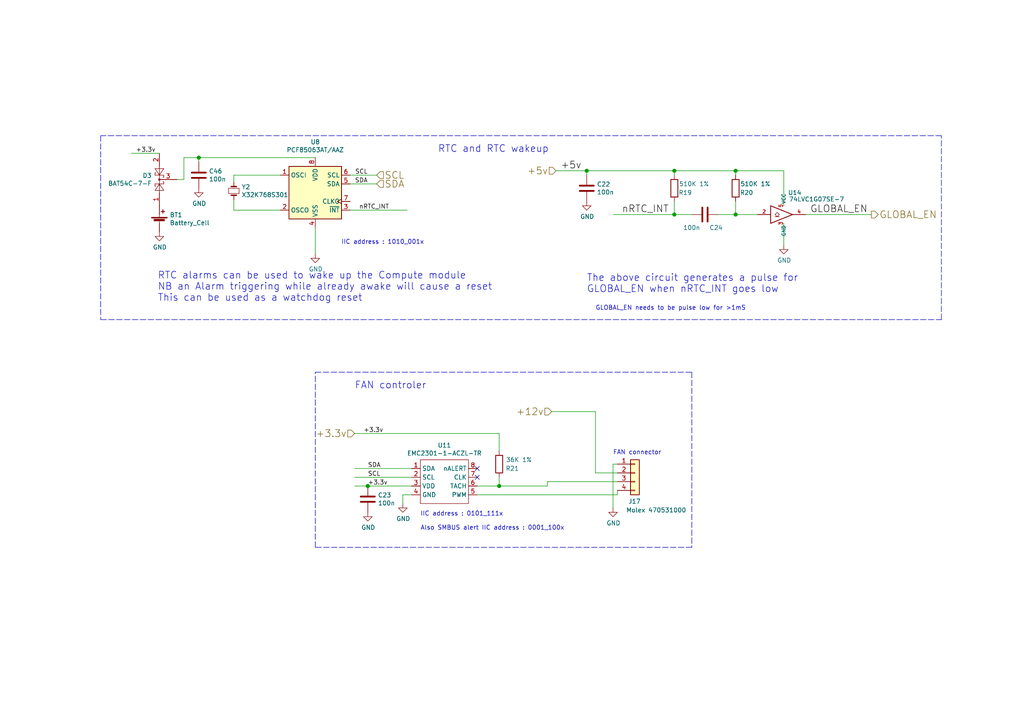
<source format=kicad_sch>
(kicad_sch (version 20210406) (generator eeschema)
  (paper "A4")
  (title_block (title "Compute Module 4 IO Board - RTC - FAN") (rev "1") (company "(c) Raspberry Pi Trading 2020") (comment 1 "www.raspberrypi.org"))
  (lib_symbols
    (symbol "CM4IO:74LVC1G07_copy"
      (property "Reference" "U" (at -2.54 3.81 0))
      (property "Value" "74LVC1G07_copy" (at 0 -3.81 0))
      (symbol "74LVC1G07_copy_0_1"
        (polyline (pts (xy -2.54 -0.635) (xy -1.27 -0.635)))
        (polyline (pts (xy -3.81 2.54) (xy -3.81 -2.54) (xy 2.54 0) (xy -3.81 2.54)) (stroke (width 0.254)))
        (polyline (pts (xy -1.905 0.635) (xy -2.54 0) (xy -1.905 -0.635) (xy -1.27 0) (xy -1.905 0.635)))
      )
      (symbol "74LVC1G07_copy_1_1"
        (pin input line (at -7.62 0 0) (length 3.81) (name "~") (number "2"))
        (pin power_in line (at 0 -2.54 270) (length 0) (name "GND") (number "3"))
        (pin open_collector line (at 6.35 0 180) (length 3.81) (name "~") (number "4"))
        (pin power_in line (at 0 2.54 90) (length 0) (name "VCC") (number "5"))
      )
    )
    (symbol "CM4IO:EMC2301"
      (property "Reference" "U" (at -7.62 13.97 0))
      (property "Value" "EMC2301" (at -1.27 -1.27 0))
      (symbol "EMC2301_0_0"
        (pin open_collector line (at -11.43 10.16 0) (length 2.54) (name "SDA") (number "1"))
        (pin open_collector line (at -11.43 7.62 0) (length 2.54) (name "SCL") (number "2"))
        (pin power_in line (at -11.43 5.08 0) (length 2.54) (name "VDD") (number "3"))
        (pin power_in line (at -11.43 2.54 0) (length 2.54) (name "GND") (number "4"))
        (pin output line (at 7.62 2.54 180) (length 2.54) (name "PWM") (number "5"))
        (pin input line (at 7.62 5.08 180) (length 2.54) (name "TACH") (number "6"))
        (pin input line (at 7.62 7.62 180) (length 2.54) (name "CLK") (number "7"))
        (pin open_collector line (at 7.62 10.16 180) (length 2.54) (name "nALERT") (number "8"))
      )
      (symbol "EMC2301_0_1"
        (rectangle (start -8.89 12.7) (end 5.08 0))
      )
    )
    (symbol "Connector_Generic:Conn_01x04" (pin_names hide)
      (property "Reference" "J" (at 0 5.08 0))
      (property "Value" "Conn_01x04" (at 0 -7.62 0))
      (symbol "Conn_01x04_1_1"
        (rectangle (start -1.27 -4.953) (end 0 -5.207))
        (rectangle (start -1.27 -2.413) (end 0 -2.667))
        (rectangle (start -1.27 0.127) (end 0 -0.127))
        (rectangle (start -1.27 2.667) (end 0 2.413))
        (rectangle (start -1.27 3.81) (end 1.27 -6.35) (stroke (width 0.254)) (fill (type background)))
        (pin passive line (at -5.08 2.54 0) (length 3.81) (name "Pin_1") (number "1"))
        (pin passive line (at -5.08 0 0) (length 3.81) (name "Pin_2") (number "2"))
        (pin passive line (at -5.08 -2.54 0) (length 3.81) (name "Pin_3") (number "3"))
        (pin passive line (at -5.08 -5.08 0) (length 3.81) (name "Pin_4") (number "4"))
      )
    )
    (symbol "Device:Battery_Cell" (pin_numbers hide) (pin_names (offset 0) hide)
      (property "Reference" "BT" (at 2.54 2.54 0))
      (property "Value" "Battery_Cell" (at 2.54 0 0))
      (symbol "Battery_Cell_0_1"
        (rectangle (start -2.286 1.778) (end 2.286 1.524) (fill (type outline)))
        (rectangle (start -1.5748 1.1938) (end 1.4732 0.6858) (fill (type outline)))
        (polyline (pts (xy 0 0.762) (xy 0 0)))
        (polyline (pts (xy 0 1.778) (xy 0 2.54)))
        (polyline (pts (xy 0.508 3.429) (xy 1.524 3.429)) (stroke (width 0.254)))
        (polyline (pts (xy 1.016 3.937) (xy 1.016 2.921)) (stroke (width 0.254)))
      )
      (symbol "Battery_Cell_1_1"
        (pin passive line (at 0 5.08 270) (length 2.54) (name "+") (number "1"))
        (pin passive line (at 0 -2.54 90) (length 2.54) (name "-") (number "2"))
      )
    )
    (symbol "Device:C" (pin_numbers hide) (pin_names (offset 0.254))
      (property "Reference" "C" (at 0.635 2.54 0))
      (property "Value" "C" (at 0.635 -2.54 0))
      (symbol "C_0_1"
        (polyline (pts (xy -2.032 -0.762) (xy 2.032 -0.762)) (stroke (width 0.508)))
        (polyline (pts (xy -2.032 0.762) (xy 2.032 0.762)) (stroke (width 0.508)))
      )
      (symbol "C_1_1"
        (pin passive line (at 0 3.81 270) (length 2.794) (name "~") (number "1"))
        (pin passive line (at 0 -3.81 90) (length 2.794) (name "~") (number "2"))
      )
    )
    (symbol "Device:Crystal_Small" (pin_numbers hide) (pin_names hide)
      (property "Reference" "Y" (at 0 2.54 0))
      (property "Value" "Crystal_Small" (at 0 -2.54 0))
      (symbol "Crystal_Small_0_1"
        (rectangle (start -0.762 -1.524) (end 0.762 1.524))
        (polyline (pts (xy -1.27 -0.762) (xy -1.27 0.762)) (stroke (width 0.381)))
        (polyline (pts (xy 1.27 -0.762) (xy 1.27 0.762)) (stroke (width 0.381)))
      )
      (symbol "Crystal_Small_1_1"
        (pin passive line (at -2.54 0 0) (length 1.27) (name "1") (number "1"))
        (pin passive line (at 2.54 0 180) (length 1.27) (name "2") (number "2"))
      )
    )
    (symbol "Device:R" (pin_numbers hide) (pin_names (offset 0))
      (property "Reference" "R" (at 2.032 0 90))
      (property "Value" "R" (at 0 0 90))
      (symbol "R_0_1"
        (rectangle (start -1.016 -2.54) (end 1.016 2.54) (stroke (width 0.254)))
      )
      (symbol "R_1_1"
        (pin passive line (at 0 3.81 270) (length 1.27) (name "~") (number "1"))
        (pin passive line (at 0 -3.81 90) (length 1.27) (name "~") (number "2"))
      )
    )
    (symbol "Diode:BAT54C"
      (property "Reference" "D" (at 0.635 -3.81 0))
      (property "Value" "BAT54C" (at -6.35 3.175 0))
      (symbol "BAT54C_0_1"
        (circle (center 0 0) (radius 0.254) (fill (type outline)))
        (polyline (pts (xy -1.905 0) (xy 1.905 0)))
        (polyline (pts (xy -1.905 1.27) (xy -1.905 1.016)))
        (polyline (pts (xy -1.27 -1.27) (xy -0.635 -1.27)))
        (polyline (pts (xy -1.27 0) (xy -3.81 0)))
        (polyline (pts (xy -1.27 1.27) (xy -1.905 1.27)))
        (polyline (pts (xy -1.27 1.27) (xy -1.27 -1.27)))
        (polyline (pts (xy -0.635 -1.27) (xy -0.635 -1.016)))
        (polyline (pts (xy 0.635 -1.27) (xy 0.635 -1.016)))
        (polyline (pts (xy 1.27 -1.27) (xy 0.635 -1.27)))
        (polyline (pts (xy 1.27 1.27) (xy 1.27 -1.27)))
        (polyline (pts (xy 1.27 1.27) (xy 1.905 1.27)))
        (polyline (pts (xy 1.905 1.27) (xy 1.905 1.016)))
        (polyline (pts (xy 3.81 0) (xy 1.27 0)))
        (polyline (pts (xy -3.175 -1.27) (xy -3.175 1.27) (xy -1.27 0) (xy -3.175 -1.27)))
        (polyline (pts (xy 3.175 -1.27) (xy 3.175 1.27) (xy 1.27 0) (xy 3.175 -1.27)))
      )
      (symbol "BAT54C_1_1"
        (pin passive line (at -7.62 0 0) (length 3.81) (name "~") (number "1"))
        (pin passive line (at 7.62 0 180) (length 3.81) (name "~") (number "2"))
        (pin passive line (at 0 -5.08 90) (length 5.08) (name "~") (number "3"))
      )
    )
    (symbol "Timer_RTC:PCF8563T"
      (property "Reference" "U" (at -7.62 8.89 0))
      (property "Value" "PCF8563T" (at 2.54 8.89 0))
      (symbol "PCF8563T_0_1"
        (rectangle (start -7.62 7.62) (end 7.62 -7.62) (stroke (width 0.254)) (fill (type background)))
      )
      (symbol "PCF8563T_1_1"
        (pin input line (at -10.16 5.08 0) (length 2.54) (name "OSCI") (number "1"))
        (pin output line (at -10.16 -5.08 0) (length 2.54) (name "OSCO") (number "2"))
        (pin output line (at 10.16 -5.08 180) (length 2.54) (name "~INT~") (number "3"))
        (pin power_in line (at 0 -10.16 90) (length 2.54) (name "VSS") (number "4"))
        (pin bidirectional line (at 10.16 2.54 180) (length 2.54) (name "SDA") (number "5"))
        (pin input line (at 10.16 5.08 180) (length 2.54) (name "SCL") (number "6"))
        (pin output clock (at 10.16 -2.54 180) (length 2.54) (name "CLKO") (number "7"))
        (pin power_in line (at 0 10.16 270) (length 2.54) (name "VDD") (number "8"))
      )
    )
    (symbol "power:GND" (power) (pin_names (offset 0))
      (property "Value" "GND" (at 0 -3.81 0))
      (symbol "GND_0_1"
        (polyline (pts (xy 0 0) (xy 0 -1.27) (xy 1.27 -1.27) (xy 0 -2.54) (xy -1.27 -1.27) (xy 0 -1.27)))
      )
      (symbol "GND_1_1"
        (pin power_in line (at 0 0 270) (length 0) hide (name "GND") (number "1"))
      )
    )
  )
  (junction (at 57.658 45.72) (diameter 1.016))
  (junction (at 106.68 140.97) (diameter 1.016))
  (junction (at 144.78 140.97) (diameter 1.016))
  (junction (at 170.18 49.53) (diameter 1.016))
  (junction (at 195.58 49.53) (diameter 1.016))
  (junction (at 195.58 62.23) (diameter 1.016))
  (junction (at 213.36 49.53) (diameter 1.016))
  (junction (at 213.36 62.23) (diameter 1.016))
  (no_connect (at 138.43 135.89))
  (no_connect (at 138.43 138.43))
  (wire (pts (xy 38.1 44.45) (xy 46.228 44.45)))
  (wire (pts (xy 51.308 52.07) (xy 53.34 52.07)))
  (wire (pts (xy 53.34 45.72) (xy 57.658 45.72)))
  (wire (pts (xy 53.34 52.07) (xy 53.34 45.72)))
  (wire (pts (xy 57.658 45.72) (xy 57.658 47.0154)))
  (wire (pts (xy 57.658 45.72) (xy 91.44 45.72)))
  (wire (pts (xy 67.818 50.8) (xy 67.818 52.832)))
  (wire (pts (xy 67.818 50.8) (xy 81.28 50.8)))
  (wire (pts (xy 67.818 60.96) (xy 67.818 57.912)))
  (wire (pts (xy 81.28 60.96) (xy 67.818 60.96)))
  (wire (pts (xy 91.44 66.04) (xy 91.44 73.66)))
  (wire (pts (xy 101.6 60.96) (xy 118.11 60.96)))
  (wire (pts (xy 102.87 125.73) (xy 144.78 125.73)))
  (wire (pts (xy 106.68 140.97) (xy 102.87 140.97)))
  (wire (pts (xy 109.22 50.8) (xy 101.6 50.8)))
  (wire (pts (xy 109.22 53.34) (xy 101.6 53.34)))
  (wire (pts (xy 116.84 143.51) (xy 116.84 146.05)))
  (wire (pts (xy 119.38 135.89) (xy 102.87 135.89)))
  (wire (pts (xy 119.38 138.43) (xy 102.87 138.43)))
  (wire (pts (xy 119.38 140.97) (xy 106.68 140.97)))
  (wire (pts (xy 119.38 143.51) (xy 116.84 143.51)))
  (wire (pts (xy 138.43 140.97) (xy 144.78 140.97)))
  (wire (pts (xy 138.43 143.51) (xy 179.07 143.51)))
  (wire (pts (xy 144.78 125.73) (xy 144.78 130.81)))
  (wire (pts (xy 144.78 140.97) (xy 144.78 138.43)))
  (wire (pts (xy 144.78 140.97) (xy 158.75 140.97)))
  (wire (pts (xy 158.75 139.7) (xy 158.75 140.97)))
  (wire (pts (xy 161.29 49.53) (xy 170.18 49.53)))
  (wire (pts (xy 170.18 49.53) (xy 195.58 49.53)))
  (wire (pts (xy 170.18 50.8) (xy 170.18 49.53)))
  (wire (pts (xy 172.72 119.38) (xy 160.02 119.38)))
  (wire (pts (xy 172.72 119.38) (xy 172.72 137.16)))
  (wire (pts (xy 177.8 62.23) (xy 195.58 62.23)))
  (wire (pts (xy 177.8 134.62) (xy 177.8 147.32)))
  (wire (pts (xy 179.07 134.62) (xy 177.8 134.62)))
  (wire (pts (xy 179.07 137.16) (xy 172.72 137.16)))
  (wire (pts (xy 179.07 139.7) (xy 158.75 139.7)))
  (wire (pts (xy 179.07 143.51) (xy 179.07 142.24)))
  (wire (pts (xy 195.58 49.53) (xy 195.58 50.8)))
  (wire (pts (xy 195.58 49.53) (xy 213.36 49.53)))
  (wire (pts (xy 195.58 62.23) (xy 195.58 58.42)))
  (wire (pts (xy 195.58 62.23) (xy 200.66 62.23)))
  (wire (pts (xy 208.28 62.23) (xy 213.36 62.23)))
  (wire (pts (xy 213.36 49.53) (xy 213.36 50.8)))
  (wire (pts (xy 213.36 49.53) (xy 227.33 49.53)))
  (wire (pts (xy 213.36 62.23) (xy 213.36 58.42)))
  (wire (pts (xy 213.36 62.23) (xy 219.71 62.23)))
  (wire (pts (xy 227.33 49.53) (xy 227.33 59.69)))
  (wire (pts (xy 227.33 64.77) (xy 227.33 71.12)))
  (wire (pts (xy 233.68 62.23) (xy 252.73 62.23)))
  (polyline (pts (xy 29.21 39.37) (xy 29.21 92.71)) (stroke (width 0) (type dash)))
  (polyline (pts (xy 29.21 92.71) (xy 273.05 92.71)) (stroke (width 0) (type dash)))
  (polyline (pts (xy 91.44 107.95) (xy 200.66 107.95)) (stroke (width 0) (type dash)))
  (polyline (pts (xy 91.44 158.75) (xy 91.44 107.95)) (stroke (width 0) (type dash)))
  (polyline (pts (xy 200.66 107.95) (xy 200.66 158.75)) (stroke (width 0) (type dash)))
  (polyline (pts (xy 200.66 158.75) (xy 91.44 158.75)) (stroke (width 0) (type dash)))
  (polyline (pts (xy 273.05 39.37) (xy 29.21 39.37)) (stroke (width 0) (type dash)))
  (polyline (pts (xy 273.05 92.71) (xy 273.05 39.37)) (stroke (width 0) (type dash)))
  (text "RTC alarms can be used to wake up the Compute module\nNB an Alarm triggering while already awake will cause a reset \nThis can be used as a watchdog reset " (at 45.72 87.63 0) (effects (font (size 2.0066 2.0066)) (justify left bottom)))
  (text "IIC address : 1010_001x" (at 98.9838 71.0438 0) (effects (font (size 1.27 1.27)) (justify left bottom)))
  (text "FAN controler" (at 102.87 113.03 0) (effects (font (size 2.0066 2.0066)) (justify left bottom)))
  (text "IIC address : 0101_111x" (at 121.92 149.86 0) (effects (font (size 1.27 1.27)) (justify left bottom)))
  (text "Also SMBUS alert IIC address : 0001_100x" (at 121.9454 153.9494 0) (effects (font (size 1.27 1.27)) (justify left bottom)))
  (text "RTC and RTC wakeup" (at 127 44.45 0) (effects (font (size 2.0066 2.0066)) (justify left bottom)))
  (text "The above circuit generates a pulse for\nGLOBAL_EN when nRTC_INT goes low" (at 170.18 85.09 0) (effects (font (size 2.0066 2.0066)) (justify left bottom)))
  (text "GLOBAL_EN needs to be pulse low for >1mS" (at 172.72 90.17 0) (effects (font (size 1.27 1.27)) (justify left bottom)))
  (text "FAN connector\n" (at 177.8 132.08 0) (effects (font (size 1.27 1.27)) (justify left bottom)))
  (label "+3.3v" (at 39.37 44.45 0))
  (label "nRTC_INT" (at 104.14 60.96 0))
  (label "+3.3v" (at 105.41 125.73 0))
  (label "SCL" (at 106.68 50.8 180))
  (label "SDA" (at 106.68 53.34 180))
  (label "SDA" (at 106.68 135.89 0))
  (label "SCL" (at 106.68 138.43 0))
  (label "+3.3v" (at 106.68 140.97 0))
  (label "+5v" (at 162.56 49.53 0) (effects (font (size 2.0066 2.0066))))
  (label "nRTC_INT" (at 180.34 62.23 0) (effects (font (size 2.0066 2.0066))))
  (label "GLOBAL_EN" (at 234.95 62.23 0) (effects (font (size 2.0066 2.0066))))
  (hierarchical_label "+3.3v" (shape input) (at 102.87 125.73 180) (effects (font (size 2.0066 2.0066))))
  (hierarchical_label "SCL" (shape input) (at 109.22 50.8 0) (effects (font (size 2.0066 2.0066))))
  (hierarchical_label "SDA" (shape input) (at 109.22 53.34 0) (effects (font (size 2.0066 2.0066))))
  (hierarchical_label "+12v" (shape input) (at 160.02 119.38 180) (effects (font (size 2.0066 2.0066))))
  (hierarchical_label "+5v" (shape input) (at 161.29 49.53 180) (effects (font (size 2.0066 2.0066))))
  (hierarchical_label "GLOBAL_EN" (shape output) (at 252.73 62.23 0) (effects (font (size 2.0066 2.0066))))
  (symbol (lib_id "power:GND") (at 46.228 67.31 0) (unit 1)
    (property "Reference" "#PWR030" (effects hide))
    (property "Value" "GND" (at 46.355 71.7042 0))
  )
  (symbol (lib_id "power:GND") (at 57.658 54.6354 0) (unit 1)
    (property "Reference" "#PWR03" (effects hide))
    (property "Value" "GND" (at 57.785 59.0296 0))
  )
  (symbol (lib_id "power:GND") (at 91.44 73.66 0) (unit 1)
    (property "Reference" "#PWR028" (effects hide))
    (property "Value" "GND" (at 91.567 78.0542 0))
  )
  (symbol (lib_id "power:GND") (at 106.68 148.59 0) (unit 1)
    (property "Reference" "#PWR032" (effects hide))
    (property "Value" "GND" (at 106.807 152.9842 0))
  )
  (symbol (lib_id "power:GND") (at 116.84 146.05 0) (unit 1)
    (property "Reference" "#PWR033" (effects hide))
    (property "Value" "GND" (at 116.967 150.4442 0))
  )
  (symbol (lib_id "power:GND") (at 170.18 58.42 0) (unit 1)
    (property "Reference" "#PWR031" (effects hide))
    (property "Value" "GND" (at 170.307 62.8142 0))
  )
  (symbol (lib_id "power:GND") (at 177.8 147.32 0) (unit 1)
    (property "Reference" "#PWR035" (effects hide))
    (property "Value" "GND" (at 177.927 151.7142 0))
  )
  (symbol (lib_id "power:GND") (at 227.33 71.12 0) (unit 1)
    (property "Reference" "#PWR034" (effects hide))
    (property "Value" "GND" (at 227.457 75.5142 0))
  )
  (symbol (lib_id "Device:Crystal_Small") (at 67.818 55.372 90) (unit 1)
    (property "Reference" "Y2" (at 70.0532 54.229 90) (effects (justify right)))
    (property "Value" "X32K768S301" (at 70.0532 56.515 90) (effects (justify right)))
    (property "Footprint" "Crystal:Crystal_SMD_3215-2Pin_3.2x1.5mm" (effects hide))
    (property "Field6" "X32K768S301" (effects hide))
    (property "Field7" "AEL" (effects hide))
    (property "Part Description" "Crystal 32.768KHz 7pF 20pmm" (effects hide))
  )
  (symbol (lib_id "Device:R") (at 144.78 134.62 180) (unit 1)
    (property "Reference" "R21" (at 148.59 135.89 0))
    (property "Value" "36K 1%" (at 150.495 133.35 0))
    (property "Footprint" "Resistor_SMD:R_0402_1005Metric" (effects hide))
    (property "Datasheet" "https://fscdn.rohm.com/en/products/databook/datasheet/passive/resistor/chip_resistor/mcr-e.pdf" (effects hide))
    (property "Field4" "Farnell" (effects hide))
    (property "Field5" "1458788" (effects hide))
    (property "Field7" "Rohm" (effects hide))
    (property "Field6" "MCR01MZPF3602" (effects hide))
    (property "Part Description" "Resistor 36K M1005 1% 63mW" (effects hide))
  )
  (symbol (lib_id "Device:R") (at 195.58 54.61 180) (unit 1)
    (property "Reference" "R19" (at 198.755 55.88 0))
    (property "Value" "510K 1%" (at 201.295 53.34 0))
    (property "Footprint" "Resistor_SMD:R_0402_1005Metric" (effects hide))
    (property "Datasheet" "https://fscdn.rohm.com/en/products/databook/datasheet/passive/resistor/chip_resistor/mcr-e.pdf" (effects hide))
    (property "Field4" "Farnell" (effects hide))
    (property "Field5" "1458807" (effects hide))
    (property "Field7" "Rohm" (effects hide))
    (property "Field6" "MCR01MZPF5103" (effects hide))
    (property "Part Description" "Resistor 510K M1005 1% 63mW" (effects hide))
  )
  (symbol (lib_id "Device:R") (at 213.36 54.61 180) (unit 1)
    (property "Reference" "R20" (at 216.535 55.88 0))
    (property "Value" "510K 1%" (at 219.075 53.34 0))
    (property "Footprint" "Resistor_SMD:R_0402_1005Metric" (effects hide))
    (property "Datasheet" "https://fscdn.rohm.com/en/products/databook/datasheet/passive/resistor/chip_resistor/mcr-e.pdf" (effects hide))
    (property "Field4" "Farnell" (effects hide))
    (property "Field5" "1458807" (effects hide))
    (property "Field7" "Rohm" (effects hide))
    (property "Field6" "MCR01MZPF5103" (effects hide))
    (property "Part Description" "Resistor 510K M1005 1% 63mW" (effects hide))
  )
  (symbol (lib_id "Device:Battery_Cell") (at 46.228 64.77 0) (unit 1)
    (property "Reference" "BT1" (at 49.2252 62.3316 0) (effects (justify left)))
    (property "Value" "Battery_Cell" (at 49.2252 64.643 0) (effects (justify left)))
    (property "Footprint" "Battery:BatteryHolder_Keystone_3034_1x20mm" (effects hide))
    (property "Datasheet" "https://www.keyelco.com/userAssets/file/M65p9.pdf" (effects hide))
    (property "Field4" "Digikey" (effects hide))
    (property "Field5" "36-3034-ND" (effects hide))
    (property "Field6" "3034" (effects hide))
    (property "Field7" "Keystone" (effects hide))
    (property "Part Description" "	Battery Retainer Coin, 20.0mm 1 Cell SMD (SMT) Tab" (effects hide))
  )
  (symbol (lib_id "Device:C") (at 57.658 50.8254 0) (unit 1)
    (property "Reference" "C46" (at 60.579 49.657 0) (effects (justify left)))
    (property "Value" "100n" (at 60.579 51.9684 0) (effects (justify left)))
    (property "Footprint" "Capacitor_SMD:C_0402_1005Metric" (effects hide))
    (property "Datasheet" "https://search.murata.co.jp/Ceramy/image/img/A01X/G101/ENG/GRM155R71C104KA88-01.pdf" (effects hide))
    (property "Field4" "Farnell" (effects hide))
    (property "Field5" "2611911" (effects hide))
    (property "Field6" "RM EMK105 B7104KV-F" (effects hide))
    (property "Field7" "TAIYO YUDEN EUROPE GMBH" (effects hide))
    (property "Part Description" "	0.1uF 10% 16V Ceramic Capacitor X7R 0402 (1005 Metric)" (effects hide))
    (property "Field8" "110091611" (effects hide))
  )
  (symbol (lib_id "Device:C") (at 106.68 144.78 0) (unit 1)
    (property "Reference" "C23" (at 109.601 143.6116 0) (effects (justify left)))
    (property "Value" "100n" (at 109.601 145.923 0) (effects (justify left)))
    (property "Footprint" "Capacitor_SMD:C_0402_1005Metric" (effects hide))
    (property "Datasheet" "https://search.murata.co.jp/Ceramy/image/img/A01X/G101/ENG/GRM155R71C104KA88-01.pdf" (effects hide))
    (property "Field4" "Farnell" (effects hide))
    (property "Field5" "2611911" (effects hide))
    (property "Field6" "RM EMK105 B7104KV-F" (effects hide))
    (property "Field7" "TAIYO YUDEN EUROPE GMBH" (effects hide))
    (property "Part Description" "	0.1uF 10% 16V Ceramic Capacitor X7R 0402 (1005 Metric)" (effects hide))
    (property "Field8" "110091611" (effects hide))
  )
  (symbol (lib_id "Device:C") (at 170.18 54.61 0) (unit 1)
    (property "Reference" "C22" (at 173.101 53.4416 0) (effects (justify left)))
    (property "Value" "100n" (at 173.101 55.753 0) (effects (justify left)))
    (property "Footprint" "Capacitor_SMD:C_0402_1005Metric" (effects hide))
    (property "Datasheet" "https://search.murata.co.jp/Ceramy/image/img/A01X/G101/ENG/GRM155R71C104KA88-01.pdf" (effects hide))
    (property "Field4" "Farnell" (effects hide))
    (property "Field5" "2611911" (effects hide))
    (property "Field6" "RM EMK105 B7104KV-F" (effects hide))
    (property "Field7" "TAIYO YUDEN EUROPE GMBH" (effects hide))
    (property "Part Description" "	0.1uF 10% 16V Ceramic Capacitor X7R 0402 (1005 Metric)" (effects hide))
    (property "Field8" "110091611" (effects hide))
  )
  (symbol (lib_id "Device:C") (at 204.47 62.23 270) (unit 1)
    (property "Reference" "C24" (at 205.74 66.04 90) (effects (justify left)))
    (property "Value" "100n" (at 198.12 66.04 90) (effects (justify left)))
    (property "Footprint" "Capacitor_SMD:C_0402_1005Metric" (effects hide))
    (property "Datasheet" "https://search.murata.co.jp/Ceramy/image/img/A01X/G101/ENG/GRM155R71C104KA88-01.pdf" (effects hide))
    (property "Field4" "Farnell" (effects hide))
    (property "Field5" "2611911" (effects hide))
    (property "Field6" "RM EMK105 B7104KV-F" (effects hide))
    (property "Field7" "TAIYO YUDEN EUROPE GMBH" (effects hide))
    (property "Part Description" "	0.1uF 10% 16V Ceramic Capacitor X7R 0402 (1005 Metric)" (effects hide))
    (property "Field8" "110091611" (effects hide))
  )
  (symbol (lib_id "Connector_Generic:Conn_01x04") (at 184.15 137.16 0) (unit 1)
    (property "Reference" "J17" (at 182.245 145.415 0) (effects (justify left)))
    (property "Value" "Molex 470531000" (at 181.61 147.955 0) (effects (justify left)))
    (property "Footprint" "Connector:FanPinHeader_1x04_P2.54mm_Vertical" (effects hide))
    (property "Datasheet" "https://www.molex.com/pdm_docs/sd/470531000_sd.pdf" (effects hide))
    (property "Field4" "Farnell" (effects hide))
    (property "Field5" "	2313705" (effects hide))
    (property "Field6" "470531000" (effects hide))
    (property "Field7" "Molex" (effects hide))
    (property "Part Description" "	Connector Header Through Hole 4 position 0.100\" (2.54mm)" (effects hide))
  )
  (symbol (lib_id "CM4IO:74LVC1G07_copy") (at 227.33 62.23 0) (unit 1)
    (property "Reference" "U14" (at 230.505 55.88 0))
    (property "Value" "74LVC1G07SE-7" (at 236.855 57.785 0))
    (property "Footprint" "Package_TO_SOT_SMD:SOT-353_SC-70-5" (effects hide))
    (property "Datasheet" "https://www.diodes.com/assets/Datasheets/74LVC1G07.pdf" (effects hide))
    (property "Field4" "Farnell" (effects hide))
    (property "Field5" "2425492" (effects hide))
    (property "Field6" "74LVC1G07SE-7" (effects hide))
    (property "Field7" "Diodes" (effects hide))
    (property "Part Description" "Buffer, Non-Inverting 1 Element 1 Bit per Element Open Drain Output SOT-353" (effects hide))
  )
  (symbol (lib_id "Diode:BAT54C") (at 46.228 52.07 90) (unit 1)
    (property "Reference" "D3" (at 44.0182 50.927 90) (effects (justify left)))
    (property "Value" "BAT54C-7-F" (at 44.0182 53.213 90) (effects (justify left)))
    (property "Footprint" "Package_TO_SOT_SMD:SOT-23" (effects hide))
    (property "Datasheet" "http://www.farnell.com/datasheets/2861240.pdf?_ga=2.129831176.54358802.1587372871-1787849031.1568210898&_gac=1.175311126.1587399424.EAIaIQobChMInOvF07P36AIVw7HtCh0NWwCeEAAYAyAAEgI0YfD_BwE" (effects hide))
    (property "Field4" "Farnell" (effects hide))
    (property "Field5" "2306010" (effects hide))
    (property "Field6" "BAT54C-7-F" (effects hide))
    (property "Field7" "Rohm" (effects hide))
    (property "Part Description" "Diode Array 1 Pair Common Cathode Schottky 30V 200mA (DC) Surface Mount TO-236-3, SC-59, SOT-23-3" (effects hide))
  )
  (symbol (lib_id "CM4IO:EMC2301") (at 130.81 146.05 0) (unit 1)
    (property "Reference" "U11" (at 128.905 129.159 0))
    (property "Value" "EMC2301-1-ACZL-TR" (at 128.905 131.4704 0))
    (property "Footprint" "Package_SO:SOIC-8_5.23x5.23mm_P1.27mm" (effects hide))
    (property "Datasheet" "https://ww1.microchip.com/downloads/en/DeviceDoc/2301.pdf" (effects hide))
    (property "Field4" "Digikey" (effects hide))
    (property "Field5" "EMC2301-1-ACZL-CT-ND" (effects hide))
    (property "Field6" "EMC2301-1-ACZL-TR" (effects hide))
    (property "Field7" "Microchip" (effects hide))
    (property "Part Description" "Motor Driver PWM 8-MSOP" (effects hide))
  )
  (symbol (lib_id "Timer_RTC:PCF8563T") (at 91.44 55.88 0) (unit 1)
    (property "Reference" "U8" (at 91.44 41.1734 0))
    (property "Value" "PCF85063AT/AAZ" (at 91.44 43.4848 0))
    (property "Footprint" "Package_SO:SOIC-8_3.9x4.9mm_P1.27mm" (effects hide))
    (property "Datasheet" "https://www.nxp.com/docs/en/data-sheet/PCF85063A.pdf" (effects hide))
    (property "Field4" "Farnell" (effects hide))
    (property "Field5" "2890042" (effects hide))
    (property "Field7" "NXP" (effects hide))
    (property "Field6" "PCF85063AT/AAZ" (effects hide))
    (property "Part Description" "Real Time Clock (RTC) IC Clock/Calendar I²C, 2-Wire Serial 8-SOIC (0.154\", 3.90mm Width)" (effects hide))
  )
)
</source>
